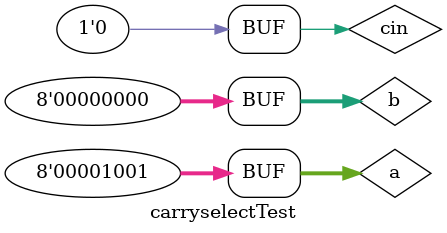
<source format=v>

module adder(s,cout,a,b,cin);
  `timescale 1ns/1ps
	output [3:0] s;
	output cout;
	input[3:0] a, b;
	input cin;
	assign {cout, s} = a + b + cin;
  
endmodule

//section 2
module AdderTest;  
  reg [3:0] a;
  reg [3:0] b;
  reg cin;
  wire [3:0] s;
  wire cout;
  
  adder adderFour(s,cout,a,b,cin);
  
  initial 
    
begin
  
  $monitor($time," a = %b b = %b cin = %b s = %b cout = %b",a,b,cin,s,cout);
  a=4'b1111; b=4'b0001; cin=1'b0;
  #120
  a=4'b0010; b=4'b1000; cin=1'b1;
  #240
  a=4'b1110; b=4'b1010; cin=1'b0;

  end
endmodule


//
//section 3
//
module mux21(out,in1,in2,sel);
`timescale 1ns/1ps
	output reg [3:0] out;
	input [3:0] in1,in2;
	input sel;
	
	always @(in1,in2,sel)
		begin
		case(sel)
			1'b0 : out = in1;
			1'b1 : out = in2;
		endcase
		end
endmodule

module CarrySelectAdder(s,cout,a,b,cin);
	output [7:0] s;
	output cout;
	input cin;
	input [7:0] a,b;
	wire [3:0] w;
	wire [3:0] sad2;
	wire [3:0] sad3;
	
	adder ad1(s[3:0],w[0],a[3:0],b[3:0],cin);
	adder ad2(sad2,w[1],a[7:4],b[7:4],1'b0);
	adder ad3(sad3,w[2],a[7:4],b[7:4],1'b1);
	
	or or1(w[3],w[1],w[0]);
	and and1(cout,w[3],w[2]);
	
	mux21 mx1(s[7:4],sad2,sad3,w[0]);
endmodule 

module carryselectTest;

  reg [7:0] a;
  reg [7:0] b;
  reg cin;
  wire [7:0] s;
  wire cout;
  
  CarrySelectAdder adderFour(s,cout,a,b,cin);
  
  initial 
    
begin
  
  $monitor($time," a = %b b = %b cin = %b s = %b cout = %b",a,b,cin,s,cout);
  a=4'b11110101; b=4'b00010011; cin=1'b0;
  #120
  a=4'b00100111; b=4'b10001111; cin=1'b1;
  #240
  a=4'b11101001; b=4'b10100000; cin=1'b0;

  end
endmodule

</source>
